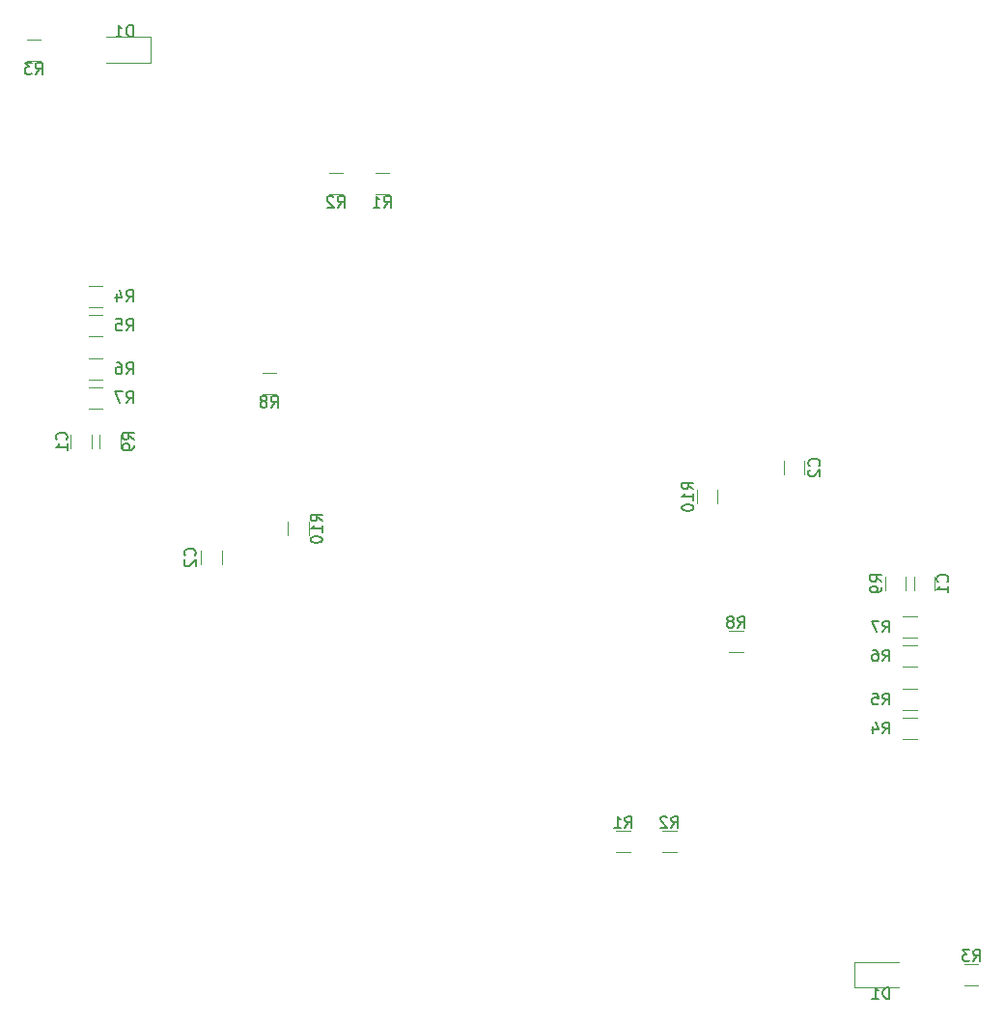
<source format=gbr>
G04 #@! TF.GenerationSoftware,KiCad,Pcbnew,5.1.5-52549c5~84~ubuntu19.10.1*
G04 #@! TF.CreationDate,2020-09-03T13:33:18+03:00*
G04 #@! TF.ProjectId,hymTR_dual,68796d54-525f-4647-9561-6c2e6b696361,rev?*
G04 #@! TF.SameCoordinates,Original*
G04 #@! TF.FileFunction,Legend,Bot*
G04 #@! TF.FilePolarity,Positive*
%FSLAX46Y46*%
G04 Gerber Fmt 4.6, Leading zero omitted, Abs format (unit mm)*
G04 Created by KiCad (PCBNEW 5.1.5-52549c5~84~ubuntu19.10.1) date 2020-09-03 13:33:18*
%MOMM*%
%LPD*%
G04 APERTURE LIST*
%ADD10C,0.120000*%
%ADD11C,0.150000*%
G04 APERTURE END LIST*
D10*
X124910000Y-93872064D02*
X124910000Y-92667936D01*
X126730000Y-93872064D02*
X126730000Y-92667936D01*
X141994564Y-138630000D02*
X140790436Y-138630000D01*
X141994564Y-136810000D02*
X140790436Y-136810000D01*
X135620000Y-102827936D02*
X135620000Y-104032064D01*
X133800000Y-102827936D02*
X133800000Y-104032064D01*
X131155000Y-136585000D02*
X135040000Y-136585000D01*
X131155000Y-138855000D02*
X131155000Y-136585000D01*
X135040000Y-138855000D02*
X131155000Y-138855000D01*
X135377936Y-108870000D02*
X136582064Y-108870000D01*
X135377936Y-110690000D02*
X136582064Y-110690000D01*
X135377936Y-106330000D02*
X136582064Y-106330000D01*
X135377936Y-108150000D02*
X136582064Y-108150000D01*
X119110000Y-95207936D02*
X119110000Y-96412064D01*
X117290000Y-95207936D02*
X117290000Y-96412064D01*
X121342064Y-109420000D02*
X120137936Y-109420000D01*
X121342064Y-107600000D02*
X120137936Y-107600000D01*
X136340000Y-104032064D02*
X136340000Y-102827936D01*
X138160000Y-104032064D02*
X138160000Y-102827936D01*
X111436064Y-126946000D02*
X110231936Y-126946000D01*
X111436064Y-125126000D02*
X110231936Y-125126000D01*
X115500064Y-126946000D02*
X114295936Y-126946000D01*
X115500064Y-125126000D02*
X114295936Y-125126000D01*
X135377936Y-115220000D02*
X136582064Y-115220000D01*
X135377936Y-117040000D02*
X136582064Y-117040000D01*
X135377936Y-112680000D02*
X136582064Y-112680000D01*
X135377936Y-114500000D02*
X136582064Y-114500000D01*
X62380000Y-90367936D02*
X62380000Y-91572064D01*
X64200000Y-90367936D02*
X64200000Y-91572064D01*
X58545436Y-57590000D02*
X59749564Y-57590000D01*
X58545436Y-55770000D02*
X59749564Y-55770000D01*
X65162064Y-79900000D02*
X63957936Y-79900000D01*
X65162064Y-81720000D02*
X63957936Y-81720000D01*
X73810000Y-100527936D02*
X73810000Y-101732064D01*
X75630000Y-100527936D02*
X75630000Y-101732064D01*
X85039936Y-69274000D02*
X86244064Y-69274000D01*
X85039936Y-67454000D02*
X86244064Y-67454000D01*
X89103936Y-69274000D02*
X90308064Y-69274000D01*
X89103936Y-67454000D02*
X90308064Y-67454000D01*
X65162064Y-77360000D02*
X63957936Y-77360000D01*
X65162064Y-79180000D02*
X63957936Y-79180000D01*
X79197936Y-86800000D02*
X80402064Y-86800000D01*
X79197936Y-84980000D02*
X80402064Y-84980000D01*
X66740000Y-91572064D02*
X66740000Y-90367936D01*
X64920000Y-91572064D02*
X64920000Y-90367936D01*
X83250000Y-99192064D02*
X83250000Y-97987936D01*
X81430000Y-99192064D02*
X81430000Y-97987936D01*
X65162064Y-86250000D02*
X63957936Y-86250000D01*
X65162064Y-88070000D02*
X63957936Y-88070000D01*
X65162064Y-83710000D02*
X63957936Y-83710000D01*
X65162064Y-85530000D02*
X63957936Y-85530000D01*
X65500000Y-55545000D02*
X69385000Y-55545000D01*
X69385000Y-55545000D02*
X69385000Y-57815000D01*
X69385000Y-57815000D02*
X65500000Y-57815000D01*
D11*
X127997142Y-93103333D02*
X128044761Y-93055714D01*
X128092380Y-92912857D01*
X128092380Y-92817619D01*
X128044761Y-92674761D01*
X127949523Y-92579523D01*
X127854285Y-92531904D01*
X127663809Y-92484285D01*
X127520952Y-92484285D01*
X127330476Y-92531904D01*
X127235238Y-92579523D01*
X127140000Y-92674761D01*
X127092380Y-92817619D01*
X127092380Y-92912857D01*
X127140000Y-93055714D01*
X127187619Y-93103333D01*
X127187619Y-93484285D02*
X127140000Y-93531904D01*
X127092380Y-93627142D01*
X127092380Y-93865238D01*
X127140000Y-93960476D01*
X127187619Y-94008095D01*
X127282857Y-94055714D01*
X127378095Y-94055714D01*
X127520952Y-94008095D01*
X128092380Y-93436666D01*
X128092380Y-94055714D01*
X141559166Y-136522380D02*
X141892500Y-136046190D01*
X142130595Y-136522380D02*
X142130595Y-135522380D01*
X141749642Y-135522380D01*
X141654404Y-135570000D01*
X141606785Y-135617619D01*
X141559166Y-135712857D01*
X141559166Y-135855714D01*
X141606785Y-135950952D01*
X141654404Y-135998571D01*
X141749642Y-136046190D01*
X142130595Y-136046190D01*
X141225833Y-135522380D02*
X140606785Y-135522380D01*
X140940119Y-135903333D01*
X140797261Y-135903333D01*
X140702023Y-135950952D01*
X140654404Y-135998571D01*
X140606785Y-136093809D01*
X140606785Y-136331904D01*
X140654404Y-136427142D01*
X140702023Y-136474761D01*
X140797261Y-136522380D01*
X141082976Y-136522380D01*
X141178214Y-136474761D01*
X141225833Y-136427142D01*
X133512380Y-103263333D02*
X133036190Y-102930000D01*
X133512380Y-102691904D02*
X132512380Y-102691904D01*
X132512380Y-103072857D01*
X132560000Y-103168095D01*
X132607619Y-103215714D01*
X132702857Y-103263333D01*
X132845714Y-103263333D01*
X132940952Y-103215714D01*
X132988571Y-103168095D01*
X133036190Y-103072857D01*
X133036190Y-102691904D01*
X133512380Y-103739523D02*
X133512380Y-103930000D01*
X133464761Y-104025238D01*
X133417142Y-104072857D01*
X133274285Y-104168095D01*
X133083809Y-104215714D01*
X132702857Y-104215714D01*
X132607619Y-104168095D01*
X132560000Y-104120476D01*
X132512380Y-104025238D01*
X132512380Y-103834761D01*
X132560000Y-103739523D01*
X132607619Y-103691904D01*
X132702857Y-103644285D01*
X132940952Y-103644285D01*
X133036190Y-103691904D01*
X133083809Y-103739523D01*
X133131428Y-103834761D01*
X133131428Y-104025238D01*
X133083809Y-104120476D01*
X133036190Y-104168095D01*
X132940952Y-104215714D01*
X134178095Y-139822380D02*
X134178095Y-138822380D01*
X133940000Y-138822380D01*
X133797142Y-138870000D01*
X133701904Y-138965238D01*
X133654285Y-139060476D01*
X133606666Y-139250952D01*
X133606666Y-139393809D01*
X133654285Y-139584285D01*
X133701904Y-139679523D01*
X133797142Y-139774761D01*
X133940000Y-139822380D01*
X134178095Y-139822380D01*
X132654285Y-139822380D02*
X133225714Y-139822380D01*
X132940000Y-139822380D02*
X132940000Y-138822380D01*
X133035238Y-138965238D01*
X133130476Y-139060476D01*
X133225714Y-139108095D01*
X133606666Y-110232380D02*
X133940000Y-109756190D01*
X134178095Y-110232380D02*
X134178095Y-109232380D01*
X133797142Y-109232380D01*
X133701904Y-109280000D01*
X133654285Y-109327619D01*
X133606666Y-109422857D01*
X133606666Y-109565714D01*
X133654285Y-109660952D01*
X133701904Y-109708571D01*
X133797142Y-109756190D01*
X134178095Y-109756190D01*
X132749523Y-109232380D02*
X132940000Y-109232380D01*
X133035238Y-109280000D01*
X133082857Y-109327619D01*
X133178095Y-109470476D01*
X133225714Y-109660952D01*
X133225714Y-110041904D01*
X133178095Y-110137142D01*
X133130476Y-110184761D01*
X133035238Y-110232380D01*
X132844761Y-110232380D01*
X132749523Y-110184761D01*
X132701904Y-110137142D01*
X132654285Y-110041904D01*
X132654285Y-109803809D01*
X132701904Y-109708571D01*
X132749523Y-109660952D01*
X132844761Y-109613333D01*
X133035238Y-109613333D01*
X133130476Y-109660952D01*
X133178095Y-109708571D01*
X133225714Y-109803809D01*
X133606666Y-107692380D02*
X133940000Y-107216190D01*
X134178095Y-107692380D02*
X134178095Y-106692380D01*
X133797142Y-106692380D01*
X133701904Y-106740000D01*
X133654285Y-106787619D01*
X133606666Y-106882857D01*
X133606666Y-107025714D01*
X133654285Y-107120952D01*
X133701904Y-107168571D01*
X133797142Y-107216190D01*
X134178095Y-107216190D01*
X133273333Y-106692380D02*
X132606666Y-106692380D01*
X133035238Y-107692380D01*
X117002380Y-95167142D02*
X116526190Y-94833809D01*
X117002380Y-94595714D02*
X116002380Y-94595714D01*
X116002380Y-94976666D01*
X116050000Y-95071904D01*
X116097619Y-95119523D01*
X116192857Y-95167142D01*
X116335714Y-95167142D01*
X116430952Y-95119523D01*
X116478571Y-95071904D01*
X116526190Y-94976666D01*
X116526190Y-94595714D01*
X117002380Y-96119523D02*
X117002380Y-95548095D01*
X117002380Y-95833809D02*
X116002380Y-95833809D01*
X116145238Y-95738571D01*
X116240476Y-95643333D01*
X116288095Y-95548095D01*
X116002380Y-96738571D02*
X116002380Y-96833809D01*
X116050000Y-96929047D01*
X116097619Y-96976666D01*
X116192857Y-97024285D01*
X116383333Y-97071904D01*
X116621428Y-97071904D01*
X116811904Y-97024285D01*
X116907142Y-96976666D01*
X116954761Y-96929047D01*
X117002380Y-96833809D01*
X117002380Y-96738571D01*
X116954761Y-96643333D01*
X116907142Y-96595714D01*
X116811904Y-96548095D01*
X116621428Y-96500476D01*
X116383333Y-96500476D01*
X116192857Y-96548095D01*
X116097619Y-96595714D01*
X116050000Y-96643333D01*
X116002380Y-96738571D01*
X120906666Y-107312380D02*
X121240000Y-106836190D01*
X121478095Y-107312380D02*
X121478095Y-106312380D01*
X121097142Y-106312380D01*
X121001904Y-106360000D01*
X120954285Y-106407619D01*
X120906666Y-106502857D01*
X120906666Y-106645714D01*
X120954285Y-106740952D01*
X121001904Y-106788571D01*
X121097142Y-106836190D01*
X121478095Y-106836190D01*
X120335238Y-106740952D02*
X120430476Y-106693333D01*
X120478095Y-106645714D01*
X120525714Y-106550476D01*
X120525714Y-106502857D01*
X120478095Y-106407619D01*
X120430476Y-106360000D01*
X120335238Y-106312380D01*
X120144761Y-106312380D01*
X120049523Y-106360000D01*
X120001904Y-106407619D01*
X119954285Y-106502857D01*
X119954285Y-106550476D01*
X120001904Y-106645714D01*
X120049523Y-106693333D01*
X120144761Y-106740952D01*
X120335238Y-106740952D01*
X120430476Y-106788571D01*
X120478095Y-106836190D01*
X120525714Y-106931428D01*
X120525714Y-107121904D01*
X120478095Y-107217142D01*
X120430476Y-107264761D01*
X120335238Y-107312380D01*
X120144761Y-107312380D01*
X120049523Y-107264761D01*
X120001904Y-107217142D01*
X119954285Y-107121904D01*
X119954285Y-106931428D01*
X120001904Y-106836190D01*
X120049523Y-106788571D01*
X120144761Y-106740952D01*
X139257142Y-103263333D02*
X139304761Y-103215714D01*
X139352380Y-103072857D01*
X139352380Y-102977619D01*
X139304761Y-102834761D01*
X139209523Y-102739523D01*
X139114285Y-102691904D01*
X138923809Y-102644285D01*
X138780952Y-102644285D01*
X138590476Y-102691904D01*
X138495238Y-102739523D01*
X138400000Y-102834761D01*
X138352380Y-102977619D01*
X138352380Y-103072857D01*
X138400000Y-103215714D01*
X138447619Y-103263333D01*
X139352380Y-104215714D02*
X139352380Y-103644285D01*
X139352380Y-103930000D02*
X138352380Y-103930000D01*
X138495238Y-103834761D01*
X138590476Y-103739523D01*
X138638095Y-103644285D01*
X111000666Y-124838380D02*
X111334000Y-124362190D01*
X111572095Y-124838380D02*
X111572095Y-123838380D01*
X111191142Y-123838380D01*
X111095904Y-123886000D01*
X111048285Y-123933619D01*
X111000666Y-124028857D01*
X111000666Y-124171714D01*
X111048285Y-124266952D01*
X111095904Y-124314571D01*
X111191142Y-124362190D01*
X111572095Y-124362190D01*
X110048285Y-124838380D02*
X110619714Y-124838380D01*
X110334000Y-124838380D02*
X110334000Y-123838380D01*
X110429238Y-123981238D01*
X110524476Y-124076476D01*
X110619714Y-124124095D01*
X115064666Y-124838380D02*
X115398000Y-124362190D01*
X115636095Y-124838380D02*
X115636095Y-123838380D01*
X115255142Y-123838380D01*
X115159904Y-123886000D01*
X115112285Y-123933619D01*
X115064666Y-124028857D01*
X115064666Y-124171714D01*
X115112285Y-124266952D01*
X115159904Y-124314571D01*
X115255142Y-124362190D01*
X115636095Y-124362190D01*
X114683714Y-123933619D02*
X114636095Y-123886000D01*
X114540857Y-123838380D01*
X114302761Y-123838380D01*
X114207523Y-123886000D01*
X114159904Y-123933619D01*
X114112285Y-124028857D01*
X114112285Y-124124095D01*
X114159904Y-124266952D01*
X114731333Y-124838380D01*
X114112285Y-124838380D01*
X133606666Y-116582380D02*
X133940000Y-116106190D01*
X134178095Y-116582380D02*
X134178095Y-115582380D01*
X133797142Y-115582380D01*
X133701904Y-115630000D01*
X133654285Y-115677619D01*
X133606666Y-115772857D01*
X133606666Y-115915714D01*
X133654285Y-116010952D01*
X133701904Y-116058571D01*
X133797142Y-116106190D01*
X134178095Y-116106190D01*
X132749523Y-115915714D02*
X132749523Y-116582380D01*
X132987619Y-115534761D02*
X133225714Y-116249047D01*
X132606666Y-116249047D01*
X133606666Y-114042380D02*
X133940000Y-113566190D01*
X134178095Y-114042380D02*
X134178095Y-113042380D01*
X133797142Y-113042380D01*
X133701904Y-113090000D01*
X133654285Y-113137619D01*
X133606666Y-113232857D01*
X133606666Y-113375714D01*
X133654285Y-113470952D01*
X133701904Y-113518571D01*
X133797142Y-113566190D01*
X134178095Y-113566190D01*
X132701904Y-113042380D02*
X133178095Y-113042380D01*
X133225714Y-113518571D01*
X133178095Y-113470952D01*
X133082857Y-113423333D01*
X132844761Y-113423333D01*
X132749523Y-113470952D01*
X132701904Y-113518571D01*
X132654285Y-113613809D01*
X132654285Y-113851904D01*
X132701904Y-113947142D01*
X132749523Y-113994761D01*
X132844761Y-114042380D01*
X133082857Y-114042380D01*
X133178095Y-113994761D01*
X133225714Y-113947142D01*
X61997142Y-90803333D02*
X62044761Y-90755714D01*
X62092380Y-90612857D01*
X62092380Y-90517619D01*
X62044761Y-90374761D01*
X61949523Y-90279523D01*
X61854285Y-90231904D01*
X61663809Y-90184285D01*
X61520952Y-90184285D01*
X61330476Y-90231904D01*
X61235238Y-90279523D01*
X61140000Y-90374761D01*
X61092380Y-90517619D01*
X61092380Y-90612857D01*
X61140000Y-90755714D01*
X61187619Y-90803333D01*
X62092380Y-91755714D02*
X62092380Y-91184285D01*
X62092380Y-91470000D02*
X61092380Y-91470000D01*
X61235238Y-91374761D01*
X61330476Y-91279523D01*
X61378095Y-91184285D01*
X59314166Y-58782380D02*
X59647500Y-58306190D01*
X59885595Y-58782380D02*
X59885595Y-57782380D01*
X59504642Y-57782380D01*
X59409404Y-57830000D01*
X59361785Y-57877619D01*
X59314166Y-57972857D01*
X59314166Y-58115714D01*
X59361785Y-58210952D01*
X59409404Y-58258571D01*
X59504642Y-58306190D01*
X59885595Y-58306190D01*
X58980833Y-57782380D02*
X58361785Y-57782380D01*
X58695119Y-58163333D01*
X58552261Y-58163333D01*
X58457023Y-58210952D01*
X58409404Y-58258571D01*
X58361785Y-58353809D01*
X58361785Y-58591904D01*
X58409404Y-58687142D01*
X58457023Y-58734761D01*
X58552261Y-58782380D01*
X58837976Y-58782380D01*
X58933214Y-58734761D01*
X58980833Y-58687142D01*
X67266666Y-81262380D02*
X67600000Y-80786190D01*
X67838095Y-81262380D02*
X67838095Y-80262380D01*
X67457142Y-80262380D01*
X67361904Y-80310000D01*
X67314285Y-80357619D01*
X67266666Y-80452857D01*
X67266666Y-80595714D01*
X67314285Y-80690952D01*
X67361904Y-80738571D01*
X67457142Y-80786190D01*
X67838095Y-80786190D01*
X66361904Y-80262380D02*
X66838095Y-80262380D01*
X66885714Y-80738571D01*
X66838095Y-80690952D01*
X66742857Y-80643333D01*
X66504761Y-80643333D01*
X66409523Y-80690952D01*
X66361904Y-80738571D01*
X66314285Y-80833809D01*
X66314285Y-81071904D01*
X66361904Y-81167142D01*
X66409523Y-81214761D01*
X66504761Y-81262380D01*
X66742857Y-81262380D01*
X66838095Y-81214761D01*
X66885714Y-81167142D01*
X73257142Y-100963333D02*
X73304761Y-100915714D01*
X73352380Y-100772857D01*
X73352380Y-100677619D01*
X73304761Y-100534761D01*
X73209523Y-100439523D01*
X73114285Y-100391904D01*
X72923809Y-100344285D01*
X72780952Y-100344285D01*
X72590476Y-100391904D01*
X72495238Y-100439523D01*
X72400000Y-100534761D01*
X72352380Y-100677619D01*
X72352380Y-100772857D01*
X72400000Y-100915714D01*
X72447619Y-100963333D01*
X72447619Y-101344285D02*
X72400000Y-101391904D01*
X72352380Y-101487142D01*
X72352380Y-101725238D01*
X72400000Y-101820476D01*
X72447619Y-101868095D01*
X72542857Y-101915714D01*
X72638095Y-101915714D01*
X72780952Y-101868095D01*
X73352380Y-101296666D01*
X73352380Y-101915714D01*
X85808666Y-70466380D02*
X86142000Y-69990190D01*
X86380095Y-70466380D02*
X86380095Y-69466380D01*
X85999142Y-69466380D01*
X85903904Y-69514000D01*
X85856285Y-69561619D01*
X85808666Y-69656857D01*
X85808666Y-69799714D01*
X85856285Y-69894952D01*
X85903904Y-69942571D01*
X85999142Y-69990190D01*
X86380095Y-69990190D01*
X85427714Y-69561619D02*
X85380095Y-69514000D01*
X85284857Y-69466380D01*
X85046761Y-69466380D01*
X84951523Y-69514000D01*
X84903904Y-69561619D01*
X84856285Y-69656857D01*
X84856285Y-69752095D01*
X84903904Y-69894952D01*
X85475333Y-70466380D01*
X84856285Y-70466380D01*
X89872666Y-70466380D02*
X90206000Y-69990190D01*
X90444095Y-70466380D02*
X90444095Y-69466380D01*
X90063142Y-69466380D01*
X89967904Y-69514000D01*
X89920285Y-69561619D01*
X89872666Y-69656857D01*
X89872666Y-69799714D01*
X89920285Y-69894952D01*
X89967904Y-69942571D01*
X90063142Y-69990190D01*
X90444095Y-69990190D01*
X88920285Y-70466380D02*
X89491714Y-70466380D01*
X89206000Y-70466380D02*
X89206000Y-69466380D01*
X89301238Y-69609238D01*
X89396476Y-69704476D01*
X89491714Y-69752095D01*
X67266666Y-78722380D02*
X67600000Y-78246190D01*
X67838095Y-78722380D02*
X67838095Y-77722380D01*
X67457142Y-77722380D01*
X67361904Y-77770000D01*
X67314285Y-77817619D01*
X67266666Y-77912857D01*
X67266666Y-78055714D01*
X67314285Y-78150952D01*
X67361904Y-78198571D01*
X67457142Y-78246190D01*
X67838095Y-78246190D01*
X66409523Y-78055714D02*
X66409523Y-78722380D01*
X66647619Y-77674761D02*
X66885714Y-78389047D01*
X66266666Y-78389047D01*
X79966666Y-87992380D02*
X80300000Y-87516190D01*
X80538095Y-87992380D02*
X80538095Y-86992380D01*
X80157142Y-86992380D01*
X80061904Y-87040000D01*
X80014285Y-87087619D01*
X79966666Y-87182857D01*
X79966666Y-87325714D01*
X80014285Y-87420952D01*
X80061904Y-87468571D01*
X80157142Y-87516190D01*
X80538095Y-87516190D01*
X79395238Y-87420952D02*
X79490476Y-87373333D01*
X79538095Y-87325714D01*
X79585714Y-87230476D01*
X79585714Y-87182857D01*
X79538095Y-87087619D01*
X79490476Y-87040000D01*
X79395238Y-86992380D01*
X79204761Y-86992380D01*
X79109523Y-87040000D01*
X79061904Y-87087619D01*
X79014285Y-87182857D01*
X79014285Y-87230476D01*
X79061904Y-87325714D01*
X79109523Y-87373333D01*
X79204761Y-87420952D01*
X79395238Y-87420952D01*
X79490476Y-87468571D01*
X79538095Y-87516190D01*
X79585714Y-87611428D01*
X79585714Y-87801904D01*
X79538095Y-87897142D01*
X79490476Y-87944761D01*
X79395238Y-87992380D01*
X79204761Y-87992380D01*
X79109523Y-87944761D01*
X79061904Y-87897142D01*
X79014285Y-87801904D01*
X79014285Y-87611428D01*
X79061904Y-87516190D01*
X79109523Y-87468571D01*
X79204761Y-87420952D01*
X67932380Y-90803333D02*
X67456190Y-90470000D01*
X67932380Y-90231904D02*
X66932380Y-90231904D01*
X66932380Y-90612857D01*
X66980000Y-90708095D01*
X67027619Y-90755714D01*
X67122857Y-90803333D01*
X67265714Y-90803333D01*
X67360952Y-90755714D01*
X67408571Y-90708095D01*
X67456190Y-90612857D01*
X67456190Y-90231904D01*
X67932380Y-91279523D02*
X67932380Y-91470000D01*
X67884761Y-91565238D01*
X67837142Y-91612857D01*
X67694285Y-91708095D01*
X67503809Y-91755714D01*
X67122857Y-91755714D01*
X67027619Y-91708095D01*
X66980000Y-91660476D01*
X66932380Y-91565238D01*
X66932380Y-91374761D01*
X66980000Y-91279523D01*
X67027619Y-91231904D01*
X67122857Y-91184285D01*
X67360952Y-91184285D01*
X67456190Y-91231904D01*
X67503809Y-91279523D01*
X67551428Y-91374761D01*
X67551428Y-91565238D01*
X67503809Y-91660476D01*
X67456190Y-91708095D01*
X67360952Y-91755714D01*
X84442380Y-97947142D02*
X83966190Y-97613809D01*
X84442380Y-97375714D02*
X83442380Y-97375714D01*
X83442380Y-97756666D01*
X83490000Y-97851904D01*
X83537619Y-97899523D01*
X83632857Y-97947142D01*
X83775714Y-97947142D01*
X83870952Y-97899523D01*
X83918571Y-97851904D01*
X83966190Y-97756666D01*
X83966190Y-97375714D01*
X84442380Y-98899523D02*
X84442380Y-98328095D01*
X84442380Y-98613809D02*
X83442380Y-98613809D01*
X83585238Y-98518571D01*
X83680476Y-98423333D01*
X83728095Y-98328095D01*
X83442380Y-99518571D02*
X83442380Y-99613809D01*
X83490000Y-99709047D01*
X83537619Y-99756666D01*
X83632857Y-99804285D01*
X83823333Y-99851904D01*
X84061428Y-99851904D01*
X84251904Y-99804285D01*
X84347142Y-99756666D01*
X84394761Y-99709047D01*
X84442380Y-99613809D01*
X84442380Y-99518571D01*
X84394761Y-99423333D01*
X84347142Y-99375714D01*
X84251904Y-99328095D01*
X84061428Y-99280476D01*
X83823333Y-99280476D01*
X83632857Y-99328095D01*
X83537619Y-99375714D01*
X83490000Y-99423333D01*
X83442380Y-99518571D01*
X67266666Y-87612380D02*
X67600000Y-87136190D01*
X67838095Y-87612380D02*
X67838095Y-86612380D01*
X67457142Y-86612380D01*
X67361904Y-86660000D01*
X67314285Y-86707619D01*
X67266666Y-86802857D01*
X67266666Y-86945714D01*
X67314285Y-87040952D01*
X67361904Y-87088571D01*
X67457142Y-87136190D01*
X67838095Y-87136190D01*
X66933333Y-86612380D02*
X66266666Y-86612380D01*
X66695238Y-87612380D01*
X67266666Y-85072380D02*
X67600000Y-84596190D01*
X67838095Y-85072380D02*
X67838095Y-84072380D01*
X67457142Y-84072380D01*
X67361904Y-84120000D01*
X67314285Y-84167619D01*
X67266666Y-84262857D01*
X67266666Y-84405714D01*
X67314285Y-84500952D01*
X67361904Y-84548571D01*
X67457142Y-84596190D01*
X67838095Y-84596190D01*
X66409523Y-84072380D02*
X66600000Y-84072380D01*
X66695238Y-84120000D01*
X66742857Y-84167619D01*
X66838095Y-84310476D01*
X66885714Y-84500952D01*
X66885714Y-84881904D01*
X66838095Y-84977142D01*
X66790476Y-85024761D01*
X66695238Y-85072380D01*
X66504761Y-85072380D01*
X66409523Y-85024761D01*
X66361904Y-84977142D01*
X66314285Y-84881904D01*
X66314285Y-84643809D01*
X66361904Y-84548571D01*
X66409523Y-84500952D01*
X66504761Y-84453333D01*
X66695238Y-84453333D01*
X66790476Y-84500952D01*
X66838095Y-84548571D01*
X66885714Y-84643809D01*
X67838095Y-55482380D02*
X67838095Y-54482380D01*
X67600000Y-54482380D01*
X67457142Y-54530000D01*
X67361904Y-54625238D01*
X67314285Y-54720476D01*
X67266666Y-54910952D01*
X67266666Y-55053809D01*
X67314285Y-55244285D01*
X67361904Y-55339523D01*
X67457142Y-55434761D01*
X67600000Y-55482380D01*
X67838095Y-55482380D01*
X66314285Y-55482380D02*
X66885714Y-55482380D01*
X66600000Y-55482380D02*
X66600000Y-54482380D01*
X66695238Y-54625238D01*
X66790476Y-54720476D01*
X66885714Y-54768095D01*
M02*

</source>
